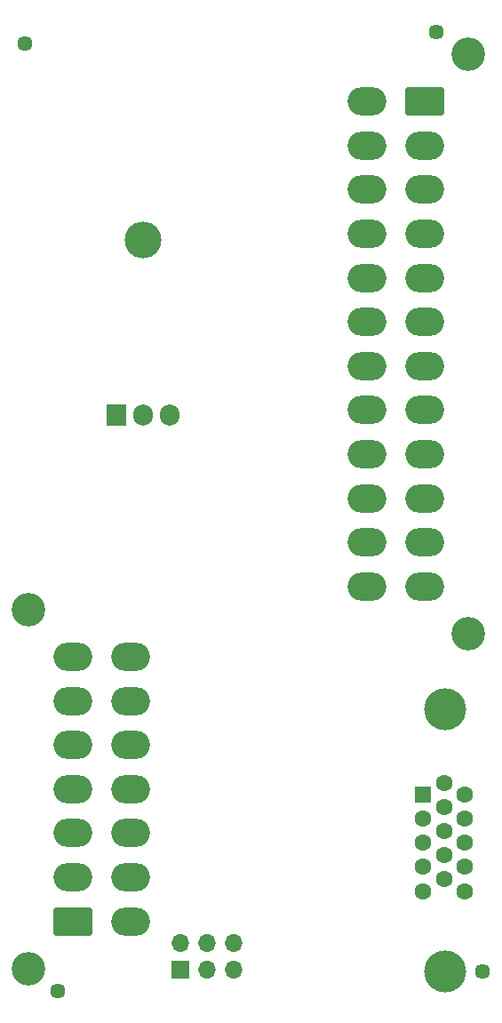
<source format=gbs>
G04 #@! TF.GenerationSoftware,KiCad,Pcbnew,(6.0.2-0)*
G04 #@! TF.CreationDate,2022-05-25T00:55:44-04:00*
G04 #@! TF.ProjectId,SEPowerAdapter,5345506f-7765-4724-9164-61707465722e,rev?*
G04 #@! TF.SameCoordinates,Original*
G04 #@! TF.FileFunction,Soldermask,Bot*
G04 #@! TF.FilePolarity,Negative*
%FSLAX46Y46*%
G04 Gerber Fmt 4.6, Leading zero omitted, Abs format (unit mm)*
G04 Created by KiCad (PCBNEW (6.0.2-0)) date 2022-05-25 00:55:44*
%MOMM*%
%LPD*%
G01*
G04 APERTURE LIST*
G04 Aperture macros list*
%AMRoundRect*
0 Rectangle with rounded corners*
0 $1 Rounding radius*
0 $2 $3 $4 $5 $6 $7 $8 $9 X,Y pos of 4 corners*
0 Add a 4 corners polygon primitive as box body*
4,1,4,$2,$3,$4,$5,$6,$7,$8,$9,$2,$3,0*
0 Add four circle primitives for the rounded corners*
1,1,$1+$1,$2,$3*
1,1,$1+$1,$4,$5*
1,1,$1+$1,$6,$7*
1,1,$1+$1,$8,$9*
0 Add four rect primitives between the rounded corners*
20,1,$1+$1,$2,$3,$4,$5,0*
20,1,$1+$1,$4,$5,$6,$7,0*
20,1,$1+$1,$6,$7,$8,$9,0*
20,1,$1+$1,$8,$9,$2,$3,0*%
G04 Aperture macros list end*
%ADD10O,3.500000X3.500000*%
%ADD11R,1.905000X2.000000*%
%ADD12O,1.905000X2.000000*%
%ADD13C,1.448000*%
%ADD14C,3.200000*%
%ADD15RoundRect,0.250001X1.599999X-1.099999X1.599999X1.099999X-1.599999X1.099999X-1.599999X-1.099999X0*%
%ADD16O,3.700000X2.700000*%
%ADD17RoundRect,0.250001X-1.599999X1.099999X-1.599999X-1.099999X1.599999X-1.099999X1.599999X1.099999X0*%
%ADD18C,4.000000*%
%ADD19R,1.600000X1.600000*%
%ADD20C,1.600000*%
%ADD21R,1.700000X1.700000*%
%ADD22O,1.700000X1.700000*%
G04 APERTURE END LIST*
D10*
X91567000Y-119611000D03*
D11*
X89027000Y-136271000D03*
D12*
X91567000Y-136271000D03*
X94107000Y-136271000D03*
D13*
X80327500Y-100838000D03*
D14*
X80700000Y-189000000D03*
X80700000Y-154800000D03*
D15*
X84900000Y-184500000D03*
D16*
X84900000Y-180300000D03*
X84900000Y-176100000D03*
X84900000Y-171900000D03*
X84900000Y-167700000D03*
X84900000Y-163500000D03*
X84900000Y-159300000D03*
X90400000Y-184500000D03*
X90400000Y-180300000D03*
X90400000Y-176100000D03*
X90400000Y-171900000D03*
X90400000Y-167700000D03*
X90400000Y-163500000D03*
X90400000Y-159300000D03*
D14*
X122600000Y-101900000D03*
X122600000Y-157100000D03*
D17*
X118400000Y-106400000D03*
D16*
X118400000Y-110600000D03*
X118400000Y-114800000D03*
X118400000Y-119000000D03*
X118400000Y-123200000D03*
X118400000Y-127400000D03*
X118400000Y-131600000D03*
X118400000Y-135800000D03*
X118400000Y-140000000D03*
X118400000Y-144200000D03*
X118400000Y-148400000D03*
X118400000Y-152600000D03*
X112900000Y-106400000D03*
X112900000Y-110600000D03*
X112900000Y-114800000D03*
X112900000Y-119000000D03*
X112900000Y-123200000D03*
X112900000Y-127400000D03*
X112900000Y-131600000D03*
X112900000Y-135800000D03*
X112900000Y-140000000D03*
X112900000Y-144200000D03*
X112900000Y-148400000D03*
X112900000Y-152600000D03*
D13*
X83439000Y-191135000D03*
X119570500Y-99758500D03*
D18*
X120349669Y-164265000D03*
X120349669Y-189265000D03*
D19*
X118299669Y-172450000D03*
D20*
X118299669Y-174740000D03*
X118299669Y-177030000D03*
X118299669Y-179320000D03*
X118299669Y-181610000D03*
X120279669Y-171305000D03*
X120279669Y-173595000D03*
X120279669Y-175885000D03*
X120279669Y-178175000D03*
X120279669Y-180465000D03*
X122259669Y-172450000D03*
X122259669Y-174740000D03*
X122259669Y-177030000D03*
X122259669Y-179320000D03*
X122259669Y-181610000D03*
D21*
X95186500Y-189103000D03*
D22*
X95186500Y-186563000D03*
X97726500Y-189103000D03*
X97726500Y-186563000D03*
X100266500Y-189103000D03*
X100266500Y-186563000D03*
D13*
X123952000Y-189293500D03*
M02*

</source>
